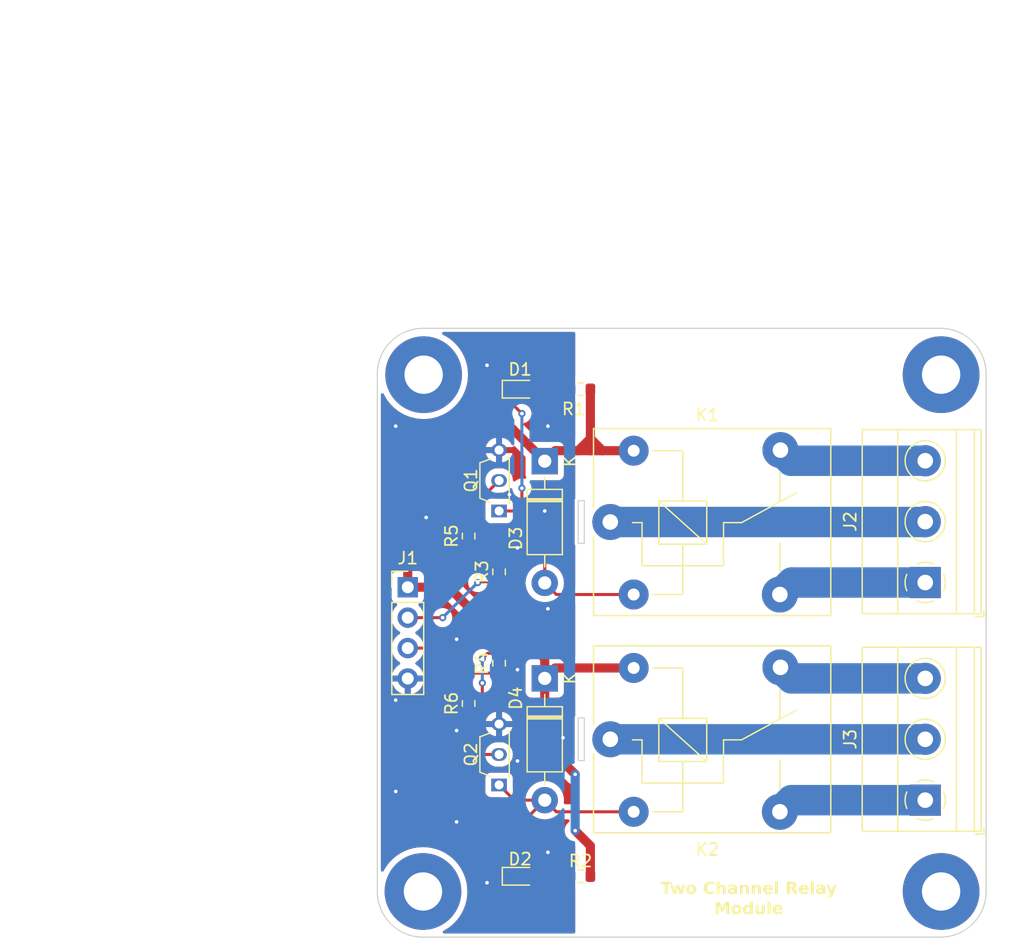
<source format=kicad_pcb>
(kicad_pcb (version 20221018) (generator pcbnew)
  (layers (0 "F.Cu" signal) (31 "B.Cu" signal) (34 "B.Paste" user) (35 "F.Paste" user) (36 "B.SilkS" user "B.Silkscreen") (37 "F.SilkS" user "F.Silkscreen") (38 "B.Mask" user) (39 "F.Mask" user) (44 "Edge.Cuts" user))
  (net 0 "")
  (net 1 "Net-(D1-K)")
  (net 2 "Net-(D1-A)")
  (net 3 "Net-(D2-K)")
  (net 4 "Net-(D2-A)")
  (net 5 "+5V")
  (net 6 "/Re_in1")
  (net 7 "/Re_in2")
  (net 8 "Net-(J2-Pin_1)")
  (net 9 "Net-(J2-Pin_2)")
  (net 10 "Net-(J2-Pin_3)")
  (net 11 "Net-(J3-Pin_1)")
  (net 12 "Net-(J3-Pin_2)")
  (net 13 "Net-(J3-Pin_3)")
  (net 14 "Net-(Q1-B)")
  (net 15 "GND")
  (net 16 "Net-(Q2-B)")
  (footprint "Relay_THT:Relay_SPDT_SANYOU_SRD_Series_Form_C" (layer "F.Cu") (at 171.84 85.09)
    (fp_text reference "K2" (at 8.1 9.2) (layer "F.SilkS"))
    (fp_text value "5V-Relay")
    (fp_line (start -1.4 -7.8) (end -1.4 -1.2) (stroke (width 0.12)) (layer "F.SilkS"))
    (fp_line (start -1.4 -7.8) (end 18.4 -7.8) (stroke (width 0.12)) (layer "F.SilkS"))
    (fp_line (start -1.4 1.2) (end -1.4 7.8) (stroke (width 0.12)) (layer "F.SilkS"))
    (fp_line (start 2.65 0.05) (end 1.85 0.05) (stroke (width 0.12)) (layer "F.SilkS"))
    (fp_line (start 2.65 0.05) (end 2.65 3.65) (stroke (width 0.12)) (layer "F.SilkS"))
    (fp_line (start 3.55 6.05) (end 6.05 6.05) (stroke (width 0.12)) (layer "F.SilkS"))
    (fp_line (start 4.05 -1.75) (end 8.05 -1.75) (stroke (width 0.12)) (layer "F.SilkS"))
    (fp_line (start 4.05 1.85) (end 4.05 -1.75) (stroke (width 0.12)) (layer "F.SilkS"))
    (fp_line (start 6.05 -5.95) (end 3.55 -5.95) (stroke (width 0.12)) (layer "F.SilkS"))
    (fp_line (start 6.05 -5.95) (end 6.05 -1.75) (stroke (width 0.12)) (layer "F.SilkS"))
    (fp_line (start 6.05 1.85) (end 6.05 6.05) (stroke (width 0.12)) (layer "F.SilkS"))
    (fp_line (start 8.05 -1.75) (end 8.05 1.85) (stroke (width 0.12)) (layer "F.SilkS"))
    (fp_line (start 8.05 1.85) (end 4.05 -1.75) (stroke (width 0.12)) (layer "F.SilkS"))
    (fp_line (start 8.05 1.85) (end 4.05 1.85) (stroke (width 0.12)) (layer "F.SilkS"))
    (fp_line (start 9.45 0.05) (end 9.45 3.65) (stroke (width 0.12)) (layer "F.SilkS"))
    (fp_line (start 9.45 0.05) (end 10.95 0.05) (stroke (width 0.12)) (layer "F.SilkS"))
    (fp_line (start 9.45 3.65) (end 2.65 3.65) (stroke (width 0.12)) (layer "F.SilkS"))
    (fp_line (start 10.95 0.05) (end 15.55 -2.45) (stroke (width 0.12)) (layer "F.SilkS"))
    (fp_line (start 14.15 -4.2) (end 14.15 -1.7) (stroke (width 0.12)) (layer "F.SilkS"))
    (fp_line (start 14.15 4.2) (end 14.15 1.75) (stroke (width 0.12)) (layer "F.SilkS"))
    (fp_line (start 18.4 -7.8) (end 18.4 7.8) (stroke (width 0.12)) (layer "F.SilkS"))
    (fp_line (start 18.4 7.8) (end -1.4 7.8) (stroke (width 0.12)) (layer "F.SilkS"))
    (pad "1" thru_hole circle (at 0 0 90) (size 3 3) (drill 1.3) (layers "*.Cu" "*.Mask") (net 12 "Net-(J3-Pin_2)"))
    (pad "2" thru_hole circle (at 1.95 6.05 90) (size 2.5 2.5) (drill 1) (layers "*.Cu" "*.Mask") (net 3 "Net-(D2-K)"))
    (pad "3" thru_hole circle (at 14.15 6.05 90) (size 3 3) (drill 1.3) (layers "*.Cu" "*.Mask") (net 11 "Net-(J3-Pin_1)"))
    (pad "4" thru_hole circle (at 14.2 -6 90) (size 3 3) (drill 1.3) (layers "*.Cu" "*.Mask") (net 13 "Net-(J3-Pin_3)"))
    (pad "5" thru_hole circle (at 1.95 -5.95 90) (size 2.5 2.5) (drill 1) (layers "*.Cu" "*.Mask") (net 5 "+5V"))
  )
  (footprint "LED_SMD:LED_0603_1608Metric" (layer "F.Cu") (at 164.3125 96.52)
    (fp_text reference "D2" (at 0 -1.43) (layer "F.SilkS"))
    (fp_text value "LED")
    (fp_line (start -1.485 -0.735) (end -1.485 0.735) (stroke (width 0.12)) (layer "F.SilkS"))
    (fp_line (start -1.485 0.735) (end 0.8 0.735) (stroke (width 0.12)) (layer "F.SilkS"))
    (fp_line (start 0.8 -0.735) (end -1.485 -0.735) (stroke (width 0.12)) (layer "F.SilkS"))
    (pad "1" smd roundrect (at -0.7875 0) (size 0.875 0.95) (layers "F.Cu" "F.Paste" "F.Mask") (net 3 "Net-(D2-K)"))
    (pad "2" smd roundrect (at 0.7875 0) (size 0.875 0.95) (layers "F.Cu" "F.Paste" "F.Mask") (net 4 "Net-(D2-A)"))
  )
  (footprint "MountingHole:MountingHole_3.2mm_M3_Pad" (layer "F.Cu") (at 156.265825 54.665825 180)
    (fp_text reference "H1" hide)
    (fp_text value "MountingHole_Pad")
    (pad "1" thru_hole circle (at 0 0 180) (size 6.4 6.4) (drill 3.2) (layers "*.Cu" "*.Mask"))
  )
  (footprint "Diode_THT:D_DO-41_SOD81_P10.16mm_Horizontal" (layer "F.Cu") (at 166.37 80.01 -90)
    (fp_text reference "D4" (at 1.651 2.413 90) (layer "F.SilkS"))
    (fp_text value "1N4007")
    (fp_text user "K" (at 0 -2.1 90) (layer "F.SilkS"))
    (fp_line (start 1.34 0) (end 2.36 0) (stroke (width 0.12)) (layer "F.SilkS"))
    (fp_line (start 2.36 -1.47) (end 2.36 1.47) (stroke (width 0.12)) (layer "F.SilkS"))
    (fp_line (start 2.36 1.47) (end 7.8 1.47) (stroke (width 0.12)) (layer "F.SilkS"))
    (fp_line (start 3.14 -1.47) (end 3.14 1.47) (stroke (width 0.12)) (layer "F.SilkS"))
    (fp_line (start 3.26 -1.47) (end 3.26 1.47) (stroke (width 0.12)) (layer "F.SilkS"))
    (fp_line (start 3.38 -1.47) (end 3.38 1.47) (stroke (width 0.12)) (layer "F.SilkS"))
    (fp_line (start 7.8 -1.47) (end 2.36 -1.47) (stroke (width 0.12)) (layer "F.SilkS"))
    (fp_line (start 7.8 1.47) (end 7.8 -1.47) (stroke (width 0.12)) (layer "F.SilkS"))
    (fp_line (start 8.82 0) (end 7.8 0) (stroke (width 0.12)) (layer "F.SilkS"))
    (pad "1" thru_hole rect (at 0 0 270) (size 2.2 2.2) (drill 1.1) (layers "*.Cu" "*.Mask") (net 5 "+5V"))
    (pad "2" thru_hole oval (at 10.16 0 270) (size 2.2 2.2) (drill 1.1) (layers "*.Cu" "*.Mask") (net 3 "Net-(D2-K)"))
  )
  (footprint "Resistor_SMD:R_0603_1608Metric" (layer "F.Cu") (at 169.355 96.52 180)
    (fp_text reference "R2" (at 0 1.27) (layer "F.SilkS"))
    (fp_text value "1k")
    (fp_line (start -0.237258 -0.5225) (end 0.237258 -0.5225) (stroke (width 0.12)) (layer "F.SilkS"))
    (fp_line (start -0.237258 0.5225) (end 0.237258 0.5225) (stroke (width 0.12)) (layer "F.SilkS"))
    (pad "1" smd roundrect (at -0.825 0 180) (size 0.8 0.95) (layers "F.Cu" "F.Paste" "F.Mask") (net 5 "+5V"))
    (pad "2" smd roundrect (at 0.825 0 180) (size 0.8 0.95) (layers "F.Cu" "F.Paste" "F.Mask") (net 4 "Net-(D2-A)"))
  )
  (footprint "TerminalBlock_Phoenix:TerminalBlock_Phoenix_MKDS-1,5-3-5.08_1x03_P5.08mm_Horizontal" (layer "F.Cu") (at 198.12 72.009 90)
    (fp_text reference "J2" (at 5.08 -6.26 90) (layer "F.SilkS"))
    (fp_text value "Screw_Terminal_01x03")
    (fp_line (start -2.84 4.16) (end -2.84 4.9) (stroke (width 0.12)) (layer "F.SilkS"))
    (fp_line (start -2.84 4.9) (end -2.34 4.9) (stroke (width 0.12)) (layer "F.SilkS"))
    (fp_line (start -2.6 -5.261) (end -2.6 4.66) (stroke (width 0.12)) (layer "F.SilkS"))
    (fp_line (start -2.6 -5.261) (end 12.76 -5.261) (stroke (width 0.12)) (layer "F.SilkS"))
    (fp_line (start -2.6 -2.301) (end 12.76 -2.301) (stroke (width 0.12)) (layer "F.SilkS"))
    (fp_line (start -2.6 2.6) (end 12.76 2.6) (stroke (width 0.12)) (layer "F.SilkS"))
    (fp_line (start -2.6 4.1) (end 12.76 4.1) (stroke (width 0.12)) (layer "F.SilkS"))
    (fp_line (start -2.6 4.66) (end 12.76 4.66) (stroke (width 0.12)) (layer "F.SilkS"))
    (fp_line (start 3.853 1.023) (end 3.806 1.069) (stroke (width 0.12)) (layer "F.SilkS"))
    (fp_line (start 4.046 1.239) (end 4.011 1.274) (stroke (width 0.12)) (layer "F.SilkS"))
    (fp_line (start 6.15 -1.275) (end 6.115 -1.239) (stroke (width 0.12)) (layer "F.SilkS"))
    (fp_line (start 6.355 -1.069) (end 6.308 -1.023) (stroke (width 0.12)) (layer "F.SilkS"))
    (fp_line (start 8.933 1.023) (end 8.886 1.069) (stroke (width 0.12)) (layer "F.SilkS"))
    (fp_line (start 9.126 1.239) (end 9.091 1.274) (stroke (width 0.12)) (layer "F.SilkS"))
    (fp_line (start 11.23 -1.275) (end 11.195 -1.239) (stroke (width 0.12)) (layer "F.SilkS"))
    (fp_line (start 11.435 -1.069) (end 11.388 -1.023) (stroke (width 0.12)) (layer "F.SilkS"))
    (fp_line (start 12.76 -5.261) (end 12.76 4.66) (stroke (width 0.12)) (layer "F.SilkS"))
    (fp_arc (start -1.535427 0.683042) (mid -1.680501 -0.000524) (end -1.535 -0.684) (stroke (width 0.12)) (layer "F.SilkS"))
    (fp_arc (start -0.683042 -1.535427) (mid 0.000524 -1.680501) (end 0.684 -1.535) (stroke (width 0.12)) (layer "F.SilkS"))
    (fp_arc (start 0.028805 1.680253) (mid -0.335551 1.646659) (end -0.684 1.535) (stroke (width 0.12)) (layer "F.SilkS"))
    (fp_arc (start 0.683318 1.534756) (mid 0.349292 1.643288) (end 0 1.68) (stroke (width 0.12)) (layer "F.SilkS"))
    (fp_arc (start 1.535427 -0.683042) (mid 1.680501 0.000524) (end 1.535 0.684) (stroke (width 0.12)) (layer "F.SilkS"))
    (fp_circle (center 5.08 0) (end 6.76 0) (stroke (width 0.12)) (fill none) (layer "F.SilkS"))
    (fp_circle (center 10.16 0) (end 11.84 0) (stroke (width 0.12)) (fill none) (layer "F.SilkS"))
    (pad "1" thru_hole rect (at 0 0 90) (size 2.6 2.6) (drill 1.3) (layers "*.Cu" "*.Mask") (net 8 "Net-(J2-Pin_1)"))
    (pad "2" thru_hole circle (at 5.08 0 90) (size 2.6 2.6) (drill 1.3) (layers "*.Cu" "*.Mask") (net 9 "Net-(J2-Pin_2)"))
    (pad "3" thru_hole circle (at 10.16 0 90) (size 2.6 2.6) (drill 1.3) (layers "*.Cu" "*.Mask") (net 10 "Net-(J2-Pin_3)"))
  )
  (footprint "Resistor_SMD:R_0603_1608Metric" (layer "F.Cu") (at 162.56 71.12 90)
    (fp_text reference "R3" (at 0 -1.43 90) (layer "F.SilkS"))
    (fp_text value "2k2")
    (fp_line (start -0.237258 -0.5225) (end 0.237258 -0.5225) (stroke (width 0.12)) (layer "F.SilkS"))
    (fp_line (start -0.237258 0.5225) (end 0.237258 0.5225) (stroke (width 0.12)) (layer "F.SilkS"))
    (pad "1" smd roundrect (at -0.825 0 90) (size 0.8 0.95) (layers "F.Cu" "F.Paste" "F.Mask") (net 6 "/Re_in1"))
    (pad "2" smd roundrect (at 0.825 0 90) (size 0.8 0.95) (layers "F.Cu" "F.Paste" "F.Mask") (net 14 "Net-(Q1-B)"))
  )
  (footprint "Diode_THT:D_DO-41_SOD81_P10.16mm_Horizontal" (layer "F.Cu") (at 166.37 61.88 -90)
    (fp_text reference "D3" (at 6.446 2.413 90) (layer "F.SilkS"))
    (fp_text value "1N4007")
    (fp_text user "K" (at 0 -2.1 90) (layer "F.SilkS"))
    (fp_line (start 1.34 0) (end 2.36 0) (stroke (width 0.12)) (layer "F.SilkS"))
    (fp_line (start 2.36 -1.47) (end 2.36 1.47) (stroke (width 0.12)) (layer "F.SilkS"))
    (fp_line (start 2.36 1.47) (end 7.8 1.47) (stroke (width 0.12)) (layer "F.SilkS"))
    (fp_line (start 3.14 -1.47) (end 3.14 1.47) (stroke (width 0.12)) (layer "F.SilkS"))
    (fp_line (start 3.26 -1.47) (end 3.26 1.47) (stroke (width 0.12)) (layer "F.SilkS"))
    (fp_line (start 3.38 -1.47) (end 3.38 1.47) (stroke (width 0.12)) (layer "F.SilkS"))
    (fp_line (start 7.8 -1.47) (end 2.36 -1.47) (stroke (width 0.12)) (layer "F.SilkS"))
    (fp_line (start 7.8 1.47) (end 7.8 -1.47) (stroke (width 0.12)) (layer "F.SilkS"))
    (fp_line (start 8.82 0) (end 7.8 0) (stroke (width 0.12)) (layer "F.SilkS"))
    (pad "1" thru_hole rect (at 0 0 270) (size 2.2 2.2) (drill 1.1) (layers "*.Cu" "*.Mask") (net 5 "+5V"))
    (pad "2" thru_hole oval (at 10.16 0 270) (size 2.2 2.2) (drill 1.1) (layers "*.Cu" "*.Mask") (net 1 "Net-(D1-K)"))
  )
  (footprint "Relay_THT:Relay_SPDT_SANYOU_SRD_Series_Form_C" (layer "F.Cu") (at 171.84 66.96)
    (fp_text reference "K1" (at 8.1 -8.921) (layer "F.SilkS"))
    (fp_text value "5V-Relay")
    (fp_line (start -1.4 -7.8) (end -1.4 -1.2) (stroke (width 0.12)) (layer "F.SilkS"))
    (fp_line (start -1.4 -7.8) (end 18.4 -7.8) (stroke (width 0.12)) (layer "F.SilkS"))
    (fp_line (start -1.4 1.2) (end -1.4 7.8) (stroke (width 0.12)) (layer "F.SilkS"))
    (fp_line (start 2.65 0.05) (end 1.85 0.05) (stroke (width 0.12)) (layer "F.SilkS"))
    (fp_line (start 2.65 0.05) (end 2.65 3.65) (stroke (width 0.12)) (layer "F.SilkS"))
    (fp_line (start 3.55 6.05) (end 6.05 6.05) (stroke (width 0.12)) (layer "F.SilkS"))
    (fp_line (start 4.05 -1.75) (end 8.05 -1.75) (stroke (width 0.12)) (layer "F.SilkS"))
    (fp_line (start 4.05 1.85) (end 4.05 -1.75) (stroke (width 0.12)) (layer "F.SilkS"))
    (fp_line (start 6.05 -5.95) (end 3.55 -5.95) (stroke (width 0.12)) (layer "F.SilkS"))
    (fp_line (start 6.05 -5.95) (end 6.05 -1.75) (stroke (width 0.12)) (layer "F.SilkS"))
    (fp_line (start 6.05 1.85) (end 6.05 6.05) (stroke (width 0.12)) (layer "F.SilkS"))
    (fp_line (start 8.05 -1.75) (end 8.05 1.85) (stroke (width 0.12)) (layer "F.SilkS"))
    (fp_line (start 8.05 1.85) (end 4.05 -1.75) (stroke (width 0.12)) (layer "F.SilkS"))
    (fp_line (start 8.05 1.85) (end 4.05 1.85) (stroke (width 0.12)) (layer "F.SilkS"))
    (fp_line (start 9.45 0.05) (end 9.45 3.65) (stroke (width 0.12)) (layer "F.SilkS"))
    (fp_line (start 9.45 0.05) (end 10.95 0.05) (stroke (width 0.12)) (layer "F.SilkS"))
    (fp_line (start 9.45 3.65) (end 2.65 3.65) (stroke (width 0.12)) (layer "F.SilkS"))
    (fp_line (start 10.95 0.05) (end 15.55 -2.45) (stroke (width 0.12)) (layer "F.SilkS"))
    (fp_line (start 14.15 -4.2) (end 14.15 -1.7) (stroke (width 0.12)) (layer "F.SilkS"))
    (fp_line (start 14.15 4.2) (end 14.15 1.75) (stroke (width 0.12)) (layer "F.SilkS"))
    (fp_line (start 18.4 -7.8) (end 18.4 7.8) (stroke (width 0.12)) (layer "F.SilkS"))
    (fp_line (start 18.4 7.8) (end -1.4 7.8) (stroke (width 0.12)) (layer "F.SilkS"))
    (pad "1" thru_hole circle (at 0 0 90) (size 3 3) (drill 1.3) (layers "*.Cu" "*.Mask") (net 9 "Net-(J2-Pin_2)"))
    (pad "2" thru_hole circle (at 1.95 6.05 90) (size 2.5 2.5) (drill 1) (layers "*.Cu" "*.Mask") (net 1 "Net-(D1-K)"))
    (pad "3" thru_hole circle (at 14.15 6.05 90) (size 3 3) (drill 1.3) (layers "*.Cu" "*.Mask") (net 8 "Net-(J2-Pin_1)"))
    (pad "4" thru_hole circle (at 14.2 -6 90) (size 3 3) (drill 1.3) (layers "*.Cu" "*.Mask") (net 10 "Net-(J2-Pin_3)"))
    (pad "5" thru_hole circle (at 1.95 -5.95 90) (size 2.5 2.5) (drill 1) (layers "*.Cu" "*.Mask") (net 5 "+5V"))
  )
  (footprint "Resistor_SMD:R_0603_1608Metric" (layer "F.Cu") (at 160.02 82.105 90)
    (fp_text reference "R6" (at 0 -1.43 90) (layer "F.SilkS"))
    (fp_text value "47k")
    (fp_line (start -0.237258 -0.5225) (end 0.237258 -0.5225) (stroke (width 0.12)) (layer "F.SilkS"))
    (fp_line (start -0.237258 0.5225) (end 0.237258 0.5225) (stroke (width 0.12)) (layer "F.SilkS"))
    (pad "1" smd roundrect (at -0.825 0 90) (size 0.8 0.95) (layers "F.Cu" "F.Paste" "F.Mask") (net 16 "Net-(Q2-B)"))
    (pad "2" smd roundrect (at 0.825 0 90) (size 0.8 0.95) (layers "F.Cu" "F.Paste" "F.Mask") (net 15 "GND"))
  )
  (footprint "Package_TO_SOT_THT:TO-92S_Wide" (layer "F.Cu") (at 162.56 88.9 90)
    (fp_text reference "Q2" (at 2.54 -2.35 90) (layer "F.SilkS"))
    (fp_text value "BC547")
    (fp_line (start 0.62 0.85) (end 4.47 0.85) (stroke (width 0.12)) (layer "F.SilkS"))
    (fp_line (start 1.07 -1.6) (end 0.7 -0.7) (stroke (width 0.12)) (layer "F.SilkS"))
    (fp_line (start 4.02 -1.6) (end 1.07 -1.6) (stroke (width 0.12)) (layer "F.SilkS"))
    (fp_line (start 4.35 -0.7) (end 4.02 -1.6) (stroke (width 0.12)) (layer "F.SilkS"))
    (fp_line (start 4.47 0.85) (end 4.5 0.7) (stroke (width 0.12)) (layer "F.SilkS"))
    (pad "1" thru_hole rect (at 0 0 90) (size 1.05 1.3) (drill 0.75) (layers "*.Cu" "*.Mask") (net 3 "Net-(D2-K)"))
    (pad "2" thru_hole oval (at 2.54 0 90) (size 1.05 1.3) (drill 0.75) (layers "*.Cu" "*.Mask") (net 16 "Net-(Q2-B)"))
    (pad "3" thru_hole oval (at 5.08 0 90) (size 1.05 1.3) (drill 0.75) (layers "*.Cu" "*.Mask") (net 15 "GND"))
  )
  (footprint "TerminalBlock_Phoenix:TerminalBlock_Phoenix_MKDS-1,5-3-5.08_1x03_P5.08mm_Horizontal" (layer "F.Cu") (at 198.12 90.17 90)
    (fp_text reference "J3" (at 5.08 -6.26 90) (layer "F.SilkS"))
    (fp_text value "Screw_Terminal_01x03")
    (fp_line (start -2.84 4.16) (end -2.84 4.9) (stroke (width 0.12)) (layer "F.SilkS"))
    (fp_line (start -2.84 4.9) (end -2.34 4.9) (stroke (width 0.12)) (layer "F.SilkS"))
    (fp_line (start -2.6 -5.261) (end -2.6 4.66) (stroke (width 0.12)) (layer "F.SilkS"))
    (fp_line (start -2.6 -5.261) (end 12.76 -5.261) (stroke (width 0.12)) (layer "F.SilkS"))
    (fp_line (start -2.6 -2.301) (end 12.76 -2.301) (stroke (width 0.12)) (layer "F.SilkS"))
    (fp_line (start -2.6 2.6) (end 12.76 2.6) (stroke (width 0.12)) (layer "F.SilkS"))
    (fp_line (start -2.6 4.1) (end 12.76 4.1) (stroke (width 0.12)) (layer "F.SilkS"))
    (fp_line (start -2.6 4.66) (end 12.76 4.66) (stroke (width 0.12)) (layer "F.SilkS"))
    (fp_line (start 3.853 1.023) (end 3.806 1.069) (stroke (width 0.12)) (layer "F.SilkS"))
    (fp_line (start 4.046 1.239) (end 4.011 1.274) (stroke (width 0.12)) (layer "F.SilkS"))
    (fp_line (start 6.15 -1.275) (end 6.115 -1.239) (stroke (width 0.12)) (layer "F.SilkS"))
    (fp_line (start 6.355 -1.069) (end 6.308 -1.023) (stroke (width 0.12)) (layer "F.SilkS"))
    (fp_line (start 8.933 1.023) (end 8.886 1.069) (stroke (width 0.12)) (layer "F.SilkS"))
    (fp_line (start 9.126 1.239) (end 9.091 1.274) (stroke (width 0.12)) (layer "F.SilkS"))
    (fp_line (start 11.23 -1.275) (end 11.195 -1.239) (stroke (width 0.12)) (layer "F.SilkS"))
    (fp_line (start 11.435 -1.069) (end 11.388 -1.023) (stroke (width 0.12)) (layer "F.SilkS"))
    (fp_line (start 12.76 -5.261) (end 12.76 4.66) (stroke (width 0.12)) (layer "F.SilkS"))
    (fp_arc (start -1.535427 0.683042) (mid -1.680501 -0.000524) (end -1.535 -0.684) (stroke (width 0.12)) (layer "F.SilkS"))
    (fp_arc (start -0.683042 -1.535427) (mid 0.000524 -1.680501) (end 0.684 -1.535) (stroke (width 0.12)) (layer "F.SilkS"))
    (fp_arc (start 0.028805 1.680253) (mid -0.335551 1.646659) (end -0.684 1.535) (stroke (width 0.12)) (layer "F.SilkS"))
    (fp_arc (start 0.683318 1.534756) (mid 0.349292 1.643288) (end 0 1.68) (stroke (width 0.12)) (layer "F.SilkS"))
    (fp_arc (start 1.535427 -0.683042) (mid 1.680501 0.000524) (end 1.535 0.684) (stroke (width 0.12)) (layer "F.SilkS"))
    (fp_circle (center 5.08 0) (end 6.76 0) (stroke (width 0.12)) (fill none) (layer "F.SilkS"))
    (fp_circle (center 10.16 0) (end 11.84 0) (stroke (width 0.12)) (fill none) (layer "F.SilkS"))
    (pad "1" thru_hole rect (at 0 0 90) (size 2.6 2.6) (drill 1.3) (layers "*.Cu" "*.Mask") (net 11 "Net-(J3-Pin_1)"))
    (pad "2" thru_hole circle (at 5.08 0 90) (size 2.6 2.6) (drill 1.3) (layers "*.Cu" "*.Mask") (net 12 "Net-(J3-Pin_2)"))
    (pad "3" thru_hole circle (at 10.16 0 90) (size 2.6 2.6) (drill 1.3) (layers "*.Cu" "*.Mask") (net 13 "Net-(J3-Pin_3)"))
  )
  (footprint "MountingHole:MountingHole_3.2mm_M3_Pad" (layer "F.Cu") (at 199.445825 97.79)
    (fp_text reference "H4" hide)
    (fp_text value "MountingHole_Pad")
    (pad "1" thru_hole circle (at 0 0) (size 6.4 6.4) (drill 3.2) (layers "*.Cu" "*.Mask"))
  )
  (footprint "LED_SMD:LED_0603_1608Metric" (layer "F.Cu") (at 164.3125 55.88)
    (fp_text reference "D1" (at 0 -1.651) (layer "F.SilkS"))
    (fp_text value "LED")
    (fp_line (start -1.485 -0.735) (end -1.485 0.735) (stroke (width 0.12)) (layer "F.SilkS"))
    (fp_line (start -1.485 0.735) (end 0.8 0.735) (stroke (width 0.12)) (layer "F.SilkS"))
    (fp_line (start 0.8 -0.735) (end -1.485 -0.735) (stroke (width 0.12)) (layer "F.SilkS"))
    (pad "1" smd roundrect (at -0.7875 0) (size 0.875 0.95) (layers "F.Cu" "F.Paste" "F.Mask") (net 1 "Net-(D1-K)"))
    (pad "2" smd roundrect (at 0.7875 0) (size 0.875 0.95) (layers "F.Cu" "F.Paste" "F.Mask") (net 2 "Net-(D1-A)"))
  )
  (footprint "Package_TO_SOT_THT:TO-92S_Wide" (layer "F.Cu") (at 162.56 66.04 90)
    (fp_text reference "Q1" (at 2.54 -2.35 90) (layer "F.SilkS"))
    (fp_text value "BC547")
    (fp_line (start 0.62 0.85) (end 4.47 0.85) (stroke (width 0.12)) (layer "F.SilkS"))
    (fp_line (start 1.07 -1.6) (end 0.7 -0.7) (stroke (width 0.12)) (layer "F.SilkS"))
    (fp_line (start 4.02 -1.6) (end 1.07 -1.6) (stroke (width 0.12)) (layer "F.SilkS"))
    (fp_line (start 4.35 -0.7) (end 4.02 -1.6) (stroke (width 0.12)) (layer "F.SilkS"))
    (fp_line (start 4.47 0.85) (end 4.5 0.7) (stroke (width 0.12)) (layer "F.SilkS"))
    (pad "1" thru_hole rect (at 0 0 90) (size 1.05 1.3) (drill 0.75) (layers "*.Cu" "*.Mask") (net 1 "Net-(D1-K)"))
    (pad "2" thru_hole oval (at 2.54 0 90) (size 1.05 1.3) (drill 0.75) (layers "*.Cu" "*.Mask") (net 14 "Net-(Q1-B)"))
    (pad "3" thru_hole oval (at 5.08 0 90) (size 1.05 1.3) (drill 0.75) (layers "*.Cu" "*.Mask") (net 15 "GND"))
  )
  (footprint "Resistor_SMD:R_0603_1608Metric" (layer "F.Cu") (at 169.355 55.88 180)
    (fp_text reference "R1" (at 0.572 -1.651) (layer "F.SilkS"))
    (fp_text value "1k")
    (fp_line (start -0.237258 -0.5225) (end 0.237258 -0.5225) (stroke (width 0.12)) (layer "F.SilkS"))
    (fp_line (start -0.237258 0.5225) (end 0.237258 0.5225) (stroke (width 0.12)) (layer "F.SilkS"))
    (pad "1" smd roundrect (at -0.825 0 180) (size 0.8 0.95) (layers "F.Cu" "F.Paste" "F.Mask") (net 5 "+5V"))
    (pad "2" smd roundrect (at 0.825 0 180) (size 0.8 0.95) (layers "F.Cu" "F.Paste" "F.Mask") (net 2 "Net-(D1-A)"))
  )
  (footprint "Resistor_SMD:R_0603_1608Metric" (layer "F.Cu") (at 160.02 68.135 90)
    (fp_text reference "R5" (at 0 -1.43 90) (layer "F.SilkS"))
    (fp_text value "47k")
    (fp_line (start -0.237258 -0.5225) (end 0.237258 -0.5225) (stroke (width 0.12)) (layer "F.SilkS"))
    (fp_line (start -0.237258 0.5225) (end 0.237258 0.5225) (stroke (width 0.12)) (layer "F.SilkS"))
    (pad "1" smd roundrect (at -0.825 0 90) (size 0.8 0.95) (layers "F.Cu" "F.Paste" "F.Mask") (net 14 "Net-(Q1-B)"))
    (pad "2" smd roundrect (at 0.825 0 90) (size 0.8 0.95) (layers "F.Cu" "F.Paste" "F.Mask") (net 15 "GND"))
  )
  (footprint "MountingHole:MountingHole_3.2mm_M3_Pad" (layer "F.Cu") (at 156.21 97.79)
    (fp_text reference "H2" hide)
    (fp_text value "MountingHole_Pad")
    (pad "1" thru_hole circle (at 0 0) (size 6.4 6.4) (drill 3.2) (layers "*.Cu" "*.Mask"))
  )
  (footprint "MountingHole:MountingHole_3.2mm_M3_Pad" (layer "F.Cu") (at 199.445825 54.665825 180)
    (fp_text reference "H3" hide)
    (fp_text value "MountingHole_Pad")
    (pad "1" thru_hole circle (at 0 0 180) (size 6.4 6.4) (drill 3.2) (layers "*.Cu" "*.Mask"))
  )
  (footprint "Resistor_SMD:R_0603_1608Metric" (layer "F.Cu") (at 162.56 78.74 90)
    (fp_text reference "R4" (at 0 -1.43 90) (layer "F.SilkS"))
    (fp_text value "2k2")
    (fp_line (start -0.237258 -0.5225) (end 0.237258 -0.5225) (stroke (width 0.12)) (layer "F.SilkS"))
    (fp_line (start -0.237258 0.5225) (end 0.237258 0.5225) (stroke (width 0.12)) (layer "F.SilkS"))
    (pad "1" smd roundrect (at -0.825 0 90) (size 0.8 0.95) (layers "F.Cu" "F.Paste" "F.Mask") (net 7 "/Re_in2"))
    (pad "2" smd roundrect (at 0.825 0 90) (size 0.8 0.95) (layers "F.Cu" "F.Paste" "F.Mask") (net 16 "Net-(Q2-B)"))
  )
  (footprint "Connector_PinHeader_2.54mm:PinHeader_1x04_P2.54mm_Vertical" (layer "F.Cu") (at 154.94 72.4)
    (fp_text reference "J1" (at 0 -2.423) (layer "F.SilkS"))
    (fp_text value "Conn_01x04")
    (fp_line (start -1.33 -1.33) (end 0 -1.33) (stroke (width 0.12)) (layer "F.SilkS"))
    (fp_line (start -1.33 0) (end -1.33 -1.33) (stroke (width 0.12)) (layer "F.SilkS"))
    (fp_line (start -1.33 1.27) (end -1.33 8.95) (stroke (width 0.12)) (layer "F.SilkS"))
    (fp_line (start -1.33 1.27) (end 1.33 1.27) (stroke (width 0.12)) (layer "F.SilkS"))
    (fp_line (start -1.33 8.95) (end 1.33 8.95) (stroke (width 0.12)) (layer "F.SilkS"))
    (fp_line (start 1.33 1.27) (end 1.33 8.95) (stroke (width 0.12)) (layer "F.SilkS"))
    (pad "1" thru_hole rect (at 0 0) (size 1.7 1.7) (drill 1) (layers "*.Cu" "*.Mask") (net 5 "+5V"))
    (pad "2" thru_hole oval (at 0 2.54) (size 1.7 1.7) (drill 1) (layers "*.Cu" "*.Mask") (net 6 "/Re_in1"))
    (pad "3" thru_hole oval (at 0 5.08) (size 1.7 1.7) (drill 1) (layers "*.Cu" "*.Mask") (net 7 "/Re_in2"))
    (pad "4" thru_hole oval (at 0 7.62) (size 1.7 1.7) (drill 1) (layers "*.Cu" "*.Mask") (net 15 "GND"))
  )
  (gr_line (start 169.164 65.182) (end 169.672 65.182) (stroke (width 0.1)) (layer "Edge.Cuts"))
  (gr_arc (start 156.21 101.6) (mid 153.515923 100.484077) (end 152.4 97.79) (stroke (width 0.1)) (layer "Edge.Cuts"))
  (gr_line (start 203.2 54.61) (end 203.2 97.734175) (stroke (width 0.1)) (layer "Edge.Cuts"))
  (gr_line (start 169.672 65.182) (end 169.672 68.738) (stroke (width 0.1)) (layer "Edge.Cuts"))
  (gr_line (start 169.164 68.738) (end 169.164 65.182) (stroke (width 0.1)) (layer "Edge.Cuts"))
  (gr_line (start 169.164 83.312) (end 169.672 83.312) (stroke (width 0.1)) (layer "Edge.Cuts"))
  (gr_line (start 169.672 83.312) (end 169.672 86.868) (stroke (width 0.1)) (layer "Edge.Cuts"))
  (gr_arc (start 152.4 54.61) (mid 153.515923 51.915923) (end 156.21 50.8) (stroke (width 0.1)) (layer "Edge.Cuts"))
  (gr_line (start 156.21 50.8) (end 199.39 50.8) (stroke (width 0.1)) (layer "Edge.Cuts"))
  (gr_line (start 152.4 97.79) (end 152.4 54.61) (stroke (width 0.1)) (layer "Edge.Cuts"))
  (gr_arc (start 199.39 50.8) (mid 202.084077 51.915923) (end 203.2 54.61) (stroke (width 0.1)) (layer "Edge.Cuts"))
  (gr_line (start 199.39 101.6) (end 156.21 101.6) (stroke (width 0.1)) (layer "Edge.Cuts"))
  (gr_line (start 169.164 86.868) (end 169.164 83.312) (stroke (width 0.1)) (layer "Edge.Cuts"))
  (gr_line (start 169.672 86.868) (end 169.164 86.868) (stroke (width 0.1)) (layer "Edge.Cuts"))
  (gr_line (start 169.164 68.738) (end 169.672 68.738) (stroke (width 0.1)) (layer "Edge.Cuts"))
  (gr_arc (start 203.199999 97.734175) (mid 202.104031 100.464555) (end 199.39 101.600408) (stroke (width 0.1)) (layer "Edge.Cuts"))
  (gr_text "Two Channel Relay\nModule" (at 183.388 98.425) (layer "F.SilkS") (effects (font (size 1 1) (thickness 0.2) bold)))
  (segment (start 163.525 55.88) (end 163.525 56.972) (width 0.254) (layer "F.Cu") (net 1))
  (segment (start 164.465 64.135) (end 164.465 65.659) (width 0.254) (layer "F.Cu") (net 1))
  (segment (start 162.56 66.04) (end 164.084 66.04) (width 0.254) (layer "F.Cu") (net 1))
  (segment (start 163.525 56.972) (end 164.465 57.912) (width 0.254) (layer "F.Cu") (net 1))
  (segment (start 164.084 66.04) (end 164.465 65.659) (width 0.254) (layer "F.Cu") (net 1))
  (segment (start 173.79 73.01) (end 167.34 73.01) (width 0.254) (layer "F.Cu") (net 1))
  (segment (start 164.465 65.659) (end 164.465 66.04) (width 0.254) (layer "F.Cu") (net 1))
  (segment (start 166.37 67.945) (end 164.465 66.04) (width 0.254) (layer "F.Cu") (net 1))
  (segment (start 167.34 73.01) (end 166.37 72.04) (width 0.254) (layer "F.Cu") (net 1))
  (segment (start 166.37 72.04) (end 166.37 67.945) (width 0.254) (layer "F.Cu") (net 1))
  (segment (start 164.084 66.04) (end 164.465 66.04) (width 0.254) (layer "F.Cu") (net 1))
  (via (at 164.465 64.135) (size 0.6) (drill 0.3) (layers "F.Cu" "B.Cu") (net 1))
  (via (at 164.465 57.912) (size 0.6) (drill 0.3) (layers "F.Cu" "B.Cu") (net 1))
  (segment (start 164.465 57.912) (end 164.465 64.135) (width 0.254) (layer "B.Cu") (net 1))
  (segment (start 165.1 55.88) (end 168.53 55.88) (width 0.254) (layer "F.Cu") (net 2))
  (segment (start 163.525 96.52) (end 163.525 93.015) (width 0.254) (layer "F.Cu") (net 3))
  (segment (start 163.525 93.015) (end 166.37 90.17) (width 0.254) (layer "F.Cu") (net 3))
  (segment (start 167.34 91.14) (end 166.37 90.17) (width 0.254) (layer "F.Cu") (net 3))
  (segment (start 163.83 90.17) (end 162.56 88.9) (width 0.254) (layer "F.Cu") (net 3))
  (segment (start 173.79 91.14) (end 167.34 91.14) (width 0.254) (layer "F.Cu") (net 3))
  (segment (start 166.37 90.17) (end 163.83 90.17) (width 0.254) (layer "F.Cu") (net 3))
  (segment (start 165.1 96.52) (end 168.53 96.52) (width 0.254) (layer "F.Cu") (net 4))
  (segment (start 170.18 59.944) (end 170.18 59.994) (width 0.762) (layer "F.Cu") (net 5))
  (segment (start 167.24 79.14) (end 166.37 80.01) (width 0.762) (layer "F.Cu") (net 5))
  (segment (start 154.94 72.4) (end 154.94 65.151) (width 0.762) (layer "F.Cu") (net 5))
  (segment (start 166.37 78.359) (end 166.37 80.01) (width 0.762) (layer "F.Cu") (net 5))
  (segment (start 169.164 61.01) (end 167.24 61.01) (width 0.762) (layer "F.Cu") (net 5))
  (segment (start 166.37 85.471) (end 168.91 88.011) (width 0.762) (layer "F.Cu") (net 5))
  (segment (start 171.196 61.01) (end 170.18 59.994) (width 0.762) (layer "F.Cu") (net 5))
  (segment (start 160.909 59.182) (end 163.672 59.182) (width 0.762) (layer "F.Cu") (net 5))
  (segment (start 163.703 75.692) (end 166.37 78.359) (width 0.762) (layer "F.Cu") (net 5))
  (segment (start 163.672 59.182) (end 166.37 61.88) (width 0.762) (layer "F.Cu") (net 5))
  (segment (start 173.79 61.01) (end 171.196 61.01) (width 0.762) (layer "F.Cu") (net 5))
  (segment (start 169.164 61.01) (end 170.18 59.994) (width 0.762) (layer "F.Cu") (net 5))
  (segment (start 154.94 72.4) (end 158.3536 72.4) (width 0.762) (layer "F.Cu") (net 5))
  (segment (start 170.18 55.88) (end 170.18 59.944) (width 0.762) (layer "F.Cu") (net 5))
  (segment (start 170.18 93.98) (end 168.91 92.71) (width 0.762) (layer "F.Cu") (net 5))
  (segment (start 170.18 61.01) (end 169.164 61.01) (width 0.762) (layer "F.Cu") (net 5))
  (segment (start 173.79 79.14) (end 167.24 79.14) (width 0.762) (layer "F.Cu") (net 5))
  (segment (start 166.37 80.01) (end 166.37 85.471) (width 0.762) (layer "F.Cu") (net 5))
  (segment (start 154.94 65.151) (end 160.909 59.182) (width 0.762) (layer "F.Cu") (net 5))
  (segment (start 170.18 96.52) (end 170.18 93.98) (width 0.762) (layer "F.Cu") (net 5))
  (segment (start 170.18 59.944) (end 170.18 61.01) (width 0.762) (layer "F.Cu") (net 5))
  (segment (start 167.24 61.01) (end 166.37 61.88) (width 0.762) (layer "F.Cu") (net 5))
  (segment (start 158.3536 72.4) (end 161.6456 75.692) (width 0.762) (layer "F.Cu") (net 5))
  (segment (start 161.6456 75.692) (end 163.703 75.692) (width 0.762) (layer "F.Cu") (net 5))
  (segment (start 171.196 61.01) (end 170.18 61.01) (width 0.762) (layer "F.Cu") (net 5))
  (via (at 168.91 88.011) (size 0.6) (drill 0.3) (layers "F.Cu" "B.Cu") (net 5))
  (via (at 168.91 92.71) (size 0.6) (drill 0.3) (layers "F.Cu" "B.Cu") (net 5))
  (segment (start 168.91 88.011) (end 168.91 92.71) (width 0.762) (layer "B.Cu") (net 5))
  (segment (start 162.56 71.945) (end 160.846 71.945) (width 0.254) (layer "F.Cu") (net 6))
  (segment (start 160.846 71.945) (end 160.782 72.009) (width 0.254) (layer "F.Cu") (net 6))
  (segment (start 157.851 74.94) (end 154.94 74.94) (width 0.254) (layer "F.Cu") (net 6))
  (via (at 157.851 74.94) (size 0.6) (drill 0.3) (layers "F.Cu" "B.Cu") (net 6))
  (via (at 160.782 72.009) (size 0.6) (drill 0.3) (layers "F.Cu" "B.Cu") (net 6))
  (segment (start 160.782 72.009) (end 157.851 74.94) (width 0.254) (layer "B.Cu") (net 6))
  (segment (start 157.861 77.47) (end 157.851 77.48) (width 0.254) (layer "F.Cu") (net 7))
  (segment (start 162.56 79.565) (end 159.956 79.565) (width 0.254) (layer "F.Cu") (net 7))
  (segment (start 157.851 77.48) (end 154.94 77.48) (width 0.254) (layer "F.Cu") (net 7))
  (segment (start 159.956 79.565) (end 157.861 77.47) (width 0.254) (layer "F.Cu") (net 7))
  (segment (start 198.12 72.009) (end 186.991 72.009) (width 2.54) (layer "B.Cu") (net 8))
  (segment (start 186.991 72.009) (end 185.99 73.01) (width 2.54) (layer "B.Cu") (net 8))
  (segment (start 198.089 66.96) (end 198.12 66.929) (width 2.54) (layer "F.Cu") (net 9))
  (segment (start 198.089 66.96) (end 198.12 66.929) (width 2.54) (layer "B.Cu") (net 9))
  (segment (start 171.84 66.96) (end 198.089 66.96) (width 2.54) (layer "B.Cu") (net 9))
  (segment (start 186.929 61.849) (end 186.04 60.96) (width 2.54) (layer "B.Cu") (net 10))
  (segment (start 198.12 61.849) (end 186.929 61.849) (width 2.54) (layer "B.Cu") (net 10))
  (segment (start 198.12 90.17) (end 186.96 90.17) (width 2.54) (layer "B.Cu") (net 11))
  (segment (start 186.96 90.17) (end 185.99 91.14) (width 2.54) (layer "B.Cu") (net 11))
  (segment (start 171.84 85.09) (end 198.12 85.09) (width 2.54) (layer "B.Cu") (net 12))
  (segment (start 186.96 80.01) (end 186.04 79.09) (width 2.54) (layer "B.Cu") (net 13))
  (segment (start 198.12 80.01) (end 186.96 80.01) (width 2.54) (layer "B.Cu") (net 13))
  (segment (start 161.29 68.959) (end 161.29 68.707) (width 0.254) (layer "F.Cu") (net 14))
  (segment (start 161.037 68.96) (end 161.29 68.707) (width 0.254) (layer "F.Cu") (net 14))
  (segment (start 160.909 68.96) (end 161.037 68.96) (width 0.254) (layer "F.Cu") (net 14))
  (segment (start 161.29 68.453) (end 161.29 68.072) (width 0.254) (layer "F.Cu") (net 14))
  (segment (start 162.56 70.231) (end 162.56 70.295) (width 0.254) (layer "F.Cu") (net 14))
  (segment (start 162.56 63.5) (end 161.29 64.77) (width 0.254) (layer "F.Cu") (net 14))
  (segment (start 160.02 68.96) (end 160.782 68.96) (width 0.254) (layer "F.Cu") (net 14))
  (segment (start 161.29 68.707) (end 161.29 68.453) (width 0.254) (layer "F.Cu") (net 14))
  (segment (start 160.909 68.96) (end 161.289 68.96) (width 0.254) (layer "F.Cu") (net 14))
  (segment (start 160.783 68.96) (end 161.29 68.453) (width 0.254) (layer "F.Cu") (net 14))
  (segment (start 160.402 68.96) (end 160.02 68.96) (width 0.254) (layer "F.Cu") (net 14))
  (segment (start 160.782 68.96) (end 160.909 68.96) (width 0.254) (layer "F.Cu") (net 14))
  (segment (start 161.289 68.96) (end 162.56 70.231) (width 0.254) (layer "F.Cu") (net 14))
  (segment (start 161.29 64.77) (end 161.29 68.072) (width 0.254) (layer "F.Cu") (net 14))
  (segment (start 160.782 68.96) (end 160.783 68.96) (width 0.254) (layer "F.Cu") (net 14))
  (segment (start 161.289 68.96) (end 161.29 68.959) (width 0.254) (layer "F.Cu") (net 14))
  (via (at 164.095477 79.28175) (size 0.6) (drill 0.3) (layers "F.Cu" "B.Cu") (net 15))
  (via (at 163.4236 64.6684) (size 0.6) (drill 0.3) (layers "F.Cu" "B.Cu") (net 15))
  (via (at 164.095477 69.12175) (size 0.6) (drill 0.3) (layers "F.Cu" "B.Cu") (net 15))
  (via (at 166.635477 74.20175) (size 0.6) (drill 0.3) (layers "F.Cu" "B.Cu") (net 15))
  (via (at 153.935477 58.96175) (size 0.6) (drill 0.3) (layers "F.Cu" "B.Cu") (net 15))
  (via (at 166.635477 58.96175) (size 0.6) (drill 0.3) (layers "F.Cu" "B.Cu") (net 15))
  (via (at 156.475477 66.58175) (size 0.6) (drill 0.3) (layers "F.Cu" "B.Cu") (net 15))
  (via (at 161.555477 97.06175) (size 0.6) (drill 0.3) (layers "F.Cu" "B.Cu") (net 15))
  (via (at 153.935477 81.82175) (size 0.6) (drill 0.3) (layers "F.Cu" "B.Cu") (net 15))
  (via (at 161.555477 53.88175) (size 0.6) (drill 0.3) (layers "F.Cu" "B.Cu") (net 15))
  (via (at 167.894 84.963) (size 0.6) (drill 0.3) (layers "F.Cu" "B.Cu") (net 15))
  (via (at 159.015477 76.74175) (size 0.6) (drill 0.3) (layers "F.Cu" "B.Cu") (net 15))
  (via (at 166.37 66.04) (size 0.6) (drill 0.3) (layers "F.Cu" "B.Cu") (net 15))
  (via (at 159.015477 91.98175) (size 0.6) (drill 0.3) (layers "F.Cu" "B.Cu") (net 15))
  (via (at 166.635477 94.52175) (size 0.6) (drill 0.3) (layers "F.Cu" "B.Cu") (net 15))
  (via (at 164.095477 86.90175) (size 0.6) (drill 0.3) (layers "F.Cu" "B.Cu") (net 15))
  (via (at 153.935477 89.44175) (size 0.6) (drill 0.3) (layers "F.Cu" "B.Cu") (net 15))
  (via (at 159.015477 84.36175) (size 0.6) (drill 0.3) (layers "F.Cu" "B.Cu") (net 15))
  (segment (start 161.607 77.915) (end 161.163 78.359) (width 0.254) (layer "F.Cu") (net 16))
  (segment (start 161.163 81.787) (end 160.02 82.93) (width 0.254) (layer "F.Cu") (net 16))
  (segment (start 161.036 86.36) (end 160.02 85.344) (width 0.254) (layer "F.Cu") (net 16))
  (segment (start 162.56 77.915) (end 161.607 77.915) (width 0.254) (layer "F.Cu") (net 16))
  (segment (start 160.02 85.344) (end 160.02 82.93) (width 0.254) (layer "F.Cu") (net 16))
  (segment (start 161.163 80.391) (end 161.163 81.787) (width 0.254) (layer "F.Cu") (net 16))
  (segment (start 162.56 86.36) (end 161.036 86.36) (width 0.254) (layer "F.Cu") (net 16))
  (via (at 161.163 78.359) (size 0.6) (drill 0.3) (layers "F.Cu" "B.Cu") (net 16))
  (via (at 161.163 80.391) (size 0.6) (drill 0.3) (layers "F.Cu" "B.Cu") (net 16))
  (segment (start 161.163 78.359) (end 161.163 80.391) (width 0.254) (layer "B.Cu") (net 16))
  (zone (net 15) (net_name "GND") (layers "F&B.Cu") (name "GND") (connect_pads thru_hole_only (clearance 0.5)) (min_thickness 0.25) (fill yes (thermal_gap 0.5) (thermal_bridge_width 0.5) (island_removal_mode 1) (island_area_min 10))
    (polygon (pts (xy 152.4 50.8) (xy 168.91 50.8) (xy 168.91 101.6) (xy 152.4 101.6)))
  )
  (zone (net 0) (net_name "") (layers "F&B.Cu") (connect_pads (clearance 0)) (min_thickness 0.25)
    (keepout (tracks allowed) (vias allowed) (pads allowed) (copperpour not_allowed) (footprints allowed))
    (fill (thermal_gap 0.5) (thermal_bridge_width 0.5))
    (polygon (pts (xy 168.91 50.8) (xy 168.91 101.6)))
  )
)
</source>
